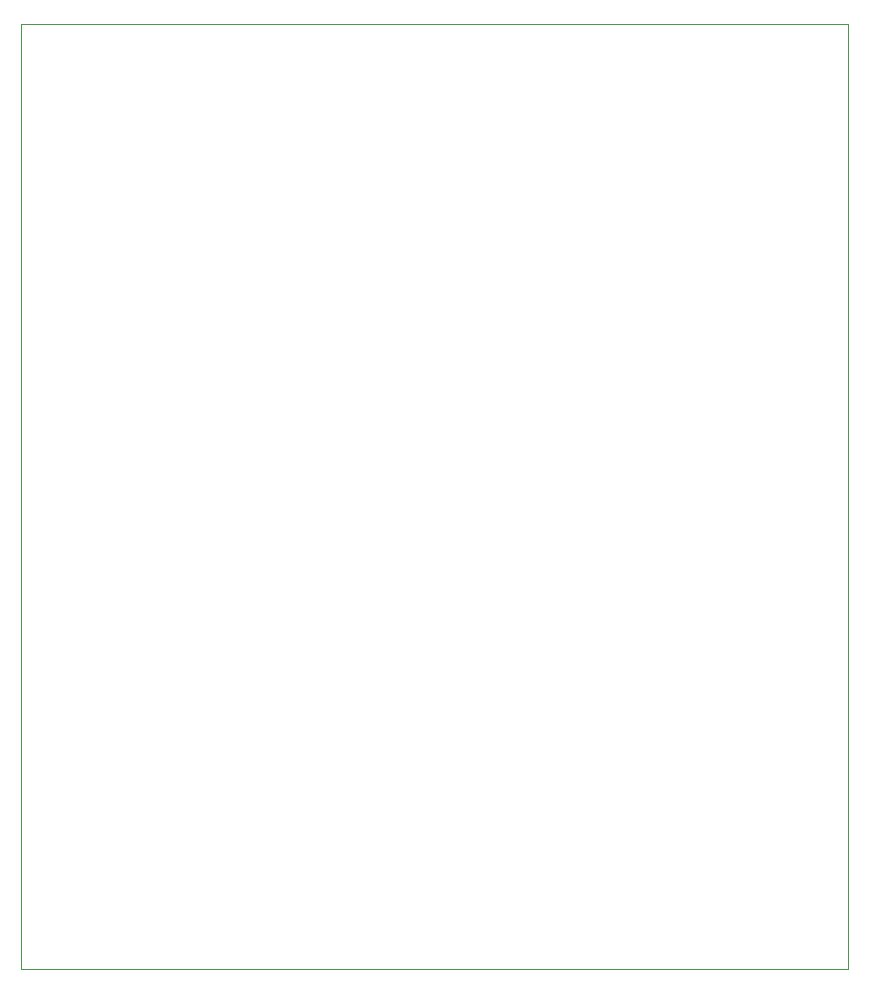
<source format=gm1>
%TF.GenerationSoftware,KiCad,Pcbnew,(5.99.0-13294-g19fc8c6d98)*%
%TF.CreationDate,2021-11-25T20:45:44+01:00*%
%TF.ProjectId,easyrelay,65617379-7265-46c6-9179-2e6b69636164,rev?*%
%TF.SameCoordinates,Original*%
%TF.FileFunction,Profile,NP*%
%FSLAX46Y46*%
G04 Gerber Fmt 4.6, Leading zero omitted, Abs format (unit mm)*
G04 Created by KiCad (PCBNEW (5.99.0-13294-g19fc8c6d98)) date 2021-11-25 20:45:44*
%MOMM*%
%LPD*%
G01*
G04 APERTURE LIST*
%TA.AperFunction,Profile*%
%ADD10C,0.100000*%
%TD*%
G04 APERTURE END LIST*
D10*
X105000000Y-45000000D02*
X105000000Y-125000000D01*
X105000000Y-45000000D02*
X175000000Y-45000000D01*
X175000000Y-45000000D02*
X175000000Y-125000000D01*
X105000000Y-125000000D02*
X175000000Y-125000000D01*
M02*

</source>
